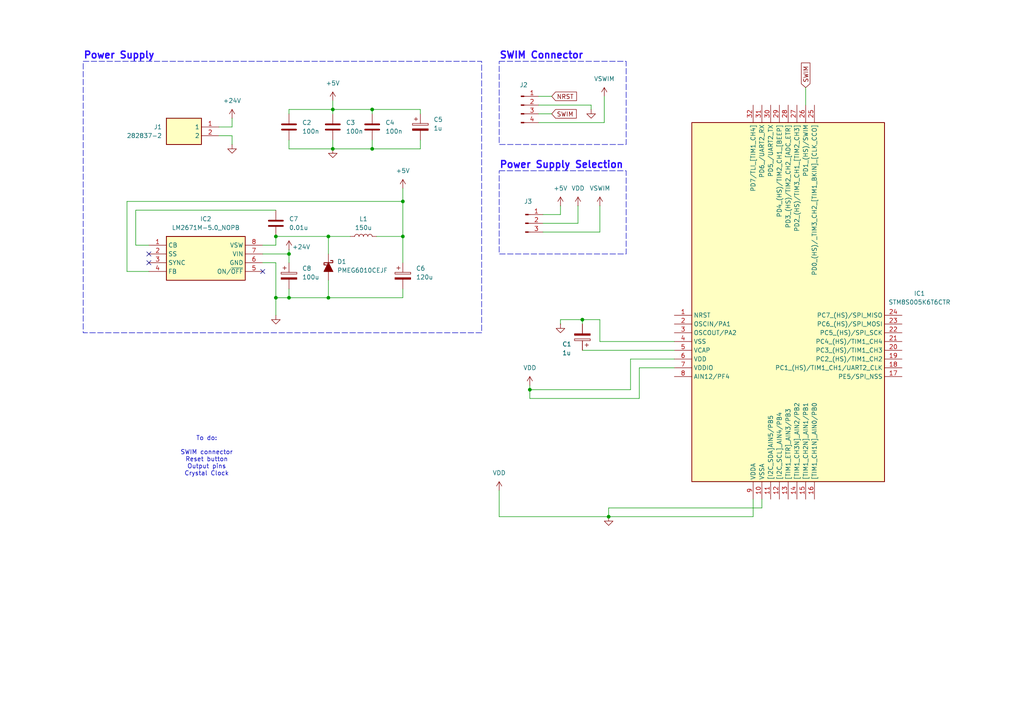
<source format=kicad_sch>
(kicad_sch (version 20231120) (generator "eeschema") (generator_version "8.0")
  (paper "A4")
  (lib_symbols
    (symbol "Connector:Conn_01x03_Pin" (pin_names (offset 1.016) hide)
      (property "Reference" "J" (at 0 5.08 0))
      (property "Value" "Conn_01x03_Pin" (at 0 -5.08 0))
      (symbol "Conn_01x03_Pin_1_1"
        (polyline (pts (xy 1.27 -2.54) (xy 0.8636 -2.54)) (stroke (width 0.1524)))
        (polyline (pts (xy 1.27 0) (xy 0.8636 0)) (stroke (width 0.1524)))
        (polyline (pts (xy 1.27 2.54) (xy 0.8636 2.54)) (stroke (width 0.1524)))
        (rectangle (start 0.8636 -2.413) (end 0 -2.667) (stroke (width 0.1524)) (fill (type outline)))
        (rectangle (start 0.8636 0.127) (end 0 -0.127) (stroke (width 0.1524)) (fill (type outline)))
        (rectangle (start 0.8636 2.667) (end 0 2.413) (stroke (width 0.1524)) (fill (type outline)))
        (pin passive line (at 5.08 2.54 180) (length 3.81) (name "Pin_1") (number "1"))
        (pin passive line (at 5.08 0 180) (length 3.81) (name "Pin_2") (number "2"))
        (pin passive line (at 5.08 -2.54 180) (length 3.81) (name "Pin_3") (number "3"))
      )
    )
    (symbol "Connector:Conn_01x04_Pin" (pin_names (offset 1.016) hide)
      (property "Reference" "J" (at 0 5.08 0))
      (property "Value" "Conn_01x04_Pin" (at 0 -7.62 0))
      (symbol "Conn_01x04_Pin_1_1"
        (polyline (pts (xy 1.27 -5.08) (xy 0.8636 -5.08)) (stroke (width 0.1524)))
        (polyline (pts (xy 1.27 -2.54) (xy 0.8636 -2.54)) (stroke (width 0.1524)))
        (polyline (pts (xy 1.27 0) (xy 0.8636 0)) (stroke (width 0.1524)))
        (polyline (pts (xy 1.27 2.54) (xy 0.8636 2.54)) (stroke (width 0.1524)))
        (rectangle (start 0.8636 -4.953) (end 0 -5.207) (stroke (width 0.1524)) (fill (type outline)))
        (rectangle (start 0.8636 -2.413) (end 0 -2.667) (stroke (width 0.1524)) (fill (type outline)))
        (rectangle (start 0.8636 0.127) (end 0 -0.127) (stroke (width 0.1524)) (fill (type outline)))
        (rectangle (start 0.8636 2.667) (end 0 2.413) (stroke (width 0.1524)) (fill (type outline)))
        (pin passive line (at 5.08 2.54 180) (length 3.81) (name "Pin_1") (number "1"))
        (pin passive line (at 5.08 0 180) (length 3.81) (name "Pin_2") (number "2"))
        (pin passive line (at 5.08 -2.54 180) (length 3.81) (name "Pin_3") (number "3"))
        (pin passive line (at 5.08 -5.08 180) (length 3.81) (name "Pin_4") (number "4"))
      )
    )
    (symbol "Device:C" (pin_numbers hide) (pin_names (offset 0.254))
      (property "Reference" "C" (at 0.635 2.54 0))
      (property "Value" "C" (at 0.635 -2.54 0))
      (symbol "C_0_1"
        (polyline (pts (xy -2.032 -0.762) (xy 2.032 -0.762)) (stroke (width 0.508)))
        (polyline (pts (xy -2.032 0.762) (xy 2.032 0.762)) (stroke (width 0.508)))
      )
      (symbol "C_1_1"
        (pin passive line (at 0 3.81 270) (length 2.794) (name "~") (number "1"))
        (pin passive line (at 0 -3.81 90) (length 2.794) (name "~") (number "2"))
      )
    )
    (symbol "Device:C_Polarized" (pin_numbers hide) (pin_names (offset 0.254))
      (property "Reference" "C" (at 0.635 2.54 0))
      (property "Value" "C_Polarized" (at 0.635 -2.54 0))
      (symbol "C_Polarized_0_1"
        (rectangle (start -2.286 0.508) (end 2.286 1.016))
        (polyline (pts (xy -1.778 2.286) (xy -0.762 2.286)))
        (polyline (pts (xy -1.27 2.794) (xy -1.27 1.778)))
        (rectangle (start 2.286 -0.508) (end -2.286 -1.016) (fill (type outline)))
      )
      (symbol "C_Polarized_1_1"
        (pin passive line (at 0 3.81 270) (length 2.794) (name "~") (number "1"))
        (pin passive line (at 0 -3.81 90) (length 2.794) (name "~") (number "2"))
      )
    )
    (symbol "Device:D_Schottky_Filled" (pin_numbers hide) (pin_names (offset 1.016) hide)
      (property "Reference" "D" (at 0 2.54 0))
      (property "Value" "D_Schottky_Filled" (at 0 -2.54 0))
      (symbol "D_Schottky_Filled_0_1"
        (polyline (pts (xy 1.27 0) (xy -1.27 0)))
        (polyline (pts (xy 1.27 1.27) (xy 1.27 -1.27) (xy -1.27 0) (xy 1.27 1.27)) (stroke (width 0.254)) (fill (type outline)))
        (polyline (pts (xy -1.905 0.635) (xy -1.905 1.27) (xy -1.27 1.27) (xy -1.27 -1.27) (xy -0.635 -1.27) (xy -0.635 -0.635)) (stroke (width 0.254)))
      )
      (symbol "D_Schottky_Filled_1_1"
        (pin passive line (at -3.81 0 0) (length 2.54) (name "K") (number "1"))
        (pin passive line (at 3.81 0 180) (length 2.54) (name "A") (number "2"))
      )
    )
    (symbol "Device:L" (pin_numbers hide) (pin_names (offset 1.016) hide)
      (property "Reference" "L" (at -1.27 0 90))
      (property "Value" "L" (at 1.905 0 90))
      (symbol "L_0_1"
        (arc (start 0 -2.54) (mid 0.6323 -1.905) (end 0 -1.27))
        (arc (start 0 -1.27) (mid 0.6323 -0.635) (end 0 0))
        (arc (start 0 0) (mid 0.6323 0.635) (end 0 1.27))
        (arc (start 0 1.27) (mid 0.6323 1.905) (end 0 2.54))
      )
      (symbol "L_1_1"
        (pin passive line (at 0 3.81 270) (length 1.27) (name "1") (number "1"))
        (pin passive line (at 0 -3.81 90) (length 1.27) (name "2") (number "2"))
      )
    )
    (symbol "LM2671M-5_0_NOPB:LM2671M-5.0_NOPB"
      (property "Reference" "IC" (at 29.21 7.62 0))
      (property "Value" "LM2671M-5.0_NOPB" (at 29.21 5.08 0))
      (symbol "LM2671M-5.0_NOPB_1_1"
        (rectangle (start 5.08 2.54) (end 27.94 -10.16) (stroke (width 0.254)) (fill (type background)))
        (pin passive line (at 0 0 0) (length 5.08) (name "CB") (number "1"))
        (pin passive line (at 0 -2.54 0) (length 5.08) (name "SS") (number "2"))
        (pin passive line (at 0 -5.08 0) (length 5.08) (name "SYNC") (number "3"))
        (pin passive line (at 0 -7.62 0) (length 5.08) (name "FB") (number "4"))
        (pin passive line (at 33.02 -7.62 180) (length 5.08) (name "ON/~{OFF}") (number "5"))
        (pin passive line (at 33.02 -5.08 180) (length 5.08) (name "GND") (number "6"))
        (pin passive line (at 33.02 -2.54 180) (length 5.08) (name "VIN") (number "7"))
        (pin passive line (at 33.02 0 180) (length 5.08) (name "VSW") (number "8"))
      )
    )
    (symbol "STM8S005K6T6CTR:STM8S005K6T6CTR"
      (property "Reference" "IC" (at 62.23 60.96 0))
      (property "Value" "STM8S005K6T6CTR" (at 62.23 58.42 0))
      (symbol "STM8S005K6T6CTR_1_1"
        (rectangle (start 5.08 55.88) (end 60.96 -48.26) (stroke (width 0.254)) (fill (type background)))
        (pin input line (at 0 0 0) (length 5.08) (name "NRST") (number "1"))
        (pin power_in line (at 25.4 -53.34 90) (length 5.08) (name "VSSA") (number "10"))
        (pin input line (at 27.94 -53.34 90) (length 5.08) (name "[I2C_SDA]AIN5/PB5") (number "11"))
        (pin input line (at 30.48 -53.34 90) (length 5.08) (name "[I2C_SCL]_AIN4/PB4") (number "12"))
        (pin input line (at 33.02 -53.34 90) (length 5.08) (name "[TIM1_ETR]_AIN3/PB3") (number "13"))
        (pin input line (at 35.56 -53.34 90) (length 5.08) (name "[TIM1_CH3N]_AIN2/PB2") (number "14"))
        (pin input line (at 38.1 -53.34 90) (length 5.08) (name "[TIM1_CH2N]_AIN1/PB1") (number "15"))
        (pin input line (at 40.64 -53.34 90) (length 5.08) (name "[TIM1_CH1N]_AIN0/PB0") (number "16"))
        (pin passive line (at 66.04 -17.78 180) (length 5.08) (name "PE5/SPI_NSS") (number "17"))
        (pin input line (at 66.04 -15.24 180) (length 5.08) (name "PC1_(HS)/TIM1_CH1/UART2_CLK") (number "18"))
        (pin passive line (at 66.04 -12.7 180) (length 5.08) (name "PC2_(HS)/TIM1_CH2") (number "19"))
        (pin input line (at 0 -2.54 0) (length 5.08) (name "OSCIN/PA1") (number "2"))
        (pin passive line (at 66.04 -10.16 180) (length 5.08) (name "PC3_(HS)/TIM1_CH3") (number "20"))
        (pin passive line (at 66.04 -7.62 180) (length 5.08) (name "PC4_(HS)/TIM1_CH4") (number "21"))
        (pin passive line (at 66.04 -5.08 180) (length 5.08) (name "PC5_(HS)/SPI_SCK") (number "22"))
        (pin passive line (at 66.04 -2.54 180) (length 5.08) (name "PC6_(HS)/SPI_MOSI") (number "23"))
        (pin passive line (at 66.04 0 180) (length 5.08) (name "PC7_(HS)/SPI_MISO") (number "24"))
        (pin input line (at 40.64 60.96 270) (length 5.08) (name "PD0_(HS)/_TIM3_CH2_[TIM1_BKIN]_[CLK_CCO]") (number "25"))
        (pin passive line (at 38.1 60.96 270) (length 5.08) (name "PD1_(HS)/SWIM") (number "26"))
        (pin passive line (at 35.56 60.96 270) (length 5.08) (name "PD2_(HS)/TIM3_CH1_[TIM2_CH3]") (number "27"))
        (pin passive line (at 33.02 60.96 270) (length 5.08) (name "PD3_(HS)/TIM2_CH2_[ADC_ETR]") (number "28"))
        (pin passive line (at 30.48 60.96 270) (length 5.08) (name "PD4_(HS)/TIM2_CH1_[BEEP]") (number "29"))
        (pin output line (at 0 -5.08 0) (length 5.08) (name "OSCOUT/PA2") (number "3"))
        (pin passive line (at 27.94 60.96 270) (length 5.08) (name "PD5_/UART2_TX") (number "30"))
        (pin passive line (at 25.4 60.96 270) (length 5.08) (name "PD6_/UART2_RX") (number "31"))
        (pin passive line (at 22.86 60.96 270) (length 5.08) (name "PD7/TLI_[TIM1_CH4]") (number "32"))
        (pin power_in line (at 0 -7.62 0) (length 5.08) (name "VSS") (number "4"))
        (pin passive line (at 0 -10.16 0) (length 5.08) (name "VCAP") (number "5"))
        (pin power_in line (at 0 -12.7 0) (length 5.08) (name "VDD") (number "6"))
        (pin power_in line (at 0 -15.24 0) (length 5.08) (name "VDDIO") (number "7"))
        (pin input line (at 0 -17.78 0) (length 5.08) (name "AIN12/PF4") (number "8"))
        (pin power_in line (at 22.86 -53.34 90) (length 5.08) (name "VDDA") (number "9"))
      )
    )
    (symbol "TerminalBlock_2:282837-2"
      (property "Reference" "J" (at 16.51 7.62 0))
      (property "Value" "282837-2" (at 16.51 5.08 0))
      (symbol "282837-2_1_1"
        (rectangle (start 5.08 2.54) (end 15.24 -5.08) (stroke (width 0.254)) (fill (type background)))
        (pin passive line (at 0 0 0) (length 5.08) (name "1") (number "1"))
        (pin passive line (at 0 -2.54 0) (length 5.08) (name "2") (number "2"))
      )
    )
    (symbol "power:+24V" (power) (pin_numbers hide) (pin_names (offset 0) hide)
      (property "Value" "+24V" (at 0 3.556 0))
      (symbol "+24V_0_1"
        (polyline (pts (xy -0.762 1.27) (xy 0 2.54)))
        (polyline (pts (xy 0 0) (xy 0 2.54)))
        (polyline (pts (xy 0 2.54) (xy 0.762 1.27)))
      )
      (symbol "+24V_1_1"
        (pin power_in line (at 0 0 90) (length 0) (name "~") (number "1"))
      )
    )
    (symbol "power:GND" (power) (pin_numbers hide) (pin_names (offset 0) hide)
      (property "Value" "GND" (at 0 -3.81 0))
      (symbol "GND_0_1"
        (polyline (pts (xy 0 0) (xy 0 -1.27) (xy 1.27 -1.27) (xy 0 -2.54) (xy -1.27 -1.27) (xy 0 -1.27)))
      )
      (symbol "GND_1_1"
        (pin power_in line (at 0 0 270) (length 0) (name "~") (number "1"))
      )
    )
    (symbol "power:VDD" (power) (pin_numbers hide) (pin_names (offset 0) hide)
      (property "Value" "VDD" (at 0 3.556 0))
      (symbol "VDD_0_1"
        (polyline (pts (xy -0.762 1.27) (xy 0 2.54)))
        (polyline (pts (xy 0 0) (xy 0 2.54)))
        (polyline (pts (xy 0 2.54) (xy 0.762 1.27)))
      )
      (symbol "VDD_1_1"
        (pin power_in line (at 0 0 90) (length 0) (name "~") (number "1"))
      )
    )
  )
  (junction (at 116.84 58.42))
  (junction (at 80.01 68.58))
  (junction (at 176.53 149.86))
  (junction (at 83.82 73.66))
  (junction (at 83.82 86.36))
  (junction (at 95.25 68.58))
  (junction (at 95.25 86.36))
  (junction (at 168.91 92.71))
  (junction (at 107.95 31.75))
  (junction (at 153.67 113.03))
  (junction (at 96.52 31.75))
  (junction (at 80.01 86.36))
  (junction (at 96.52 43.18))
  (junction (at 107.95 43.18))
  (junction (at 116.84 68.58))
  (no_connect (at 76.2 78.74))
  (no_connect (at 43.18 73.66))
  (no_connect (at 43.18 76.2))
  (wire (pts (xy 220.98 147.32) (xy 176.53 147.32)))
  (wire (pts (xy 80.01 86.36) (xy 80.01 91.44)))
  (wire (pts (xy 173.99 67.31) (xy 173.99 59.69)))
  (wire (pts (xy 168.91 92.71) (xy 173.99 92.71)))
  (wire (pts (xy 160.02 33.02) (xy 156.21 33.02)))
  (wire (pts (xy 176.53 147.32) (xy 176.53 149.86)))
  (wire (pts (xy 83.82 33.02) (xy 83.82 31.75)))
  (wire (pts (xy 83.82 43.18) (xy 96.52 43.18)))
  (wire (pts (xy 176.53 149.86) (xy 144.78 149.86)))
  (wire (pts (xy 83.82 86.36) (xy 95.25 86.36)))
  (wire (pts (xy 95.25 86.36) (xy 116.84 86.36)))
  (wire (pts (xy 95.25 68.58) (xy 101.6 68.58)))
  (wire (pts (xy 43.18 71.12) (xy 39.37 71.12)))
  (wire (pts (xy 220.98 147.32) (xy 220.98 144.78)))
  (wire (pts (xy 218.44 144.78) (xy 218.44 149.86)))
  (wire (pts (xy 233.68 25.4) (xy 233.68 30.48)))
  (wire (pts (xy 96.52 31.75) (xy 96.52 33.02)))
  (wire (pts (xy 83.82 40.64) (xy 83.82 43.18)))
  (wire (pts (xy 43.18 78.74) (xy 36.83 78.74)))
  (wire (pts (xy 109.22 68.58) (xy 116.84 68.58)))
  (wire (pts (xy 121.92 40.64) (xy 121.92 43.18)))
  (wire (pts (xy 39.37 60.96) (xy 80.01 60.96)))
  (wire (pts (xy 153.67 113.03) (xy 182.88 113.03)))
  (wire (pts (xy 116.84 58.42) (xy 116.84 68.58)))
  (wire (pts (xy 168.91 93.98) (xy 168.91 92.71)))
  (wire (pts (xy 36.83 78.74) (xy 36.83 58.42)))
  (wire (pts (xy 144.78 149.86) (xy 144.78 142.24)))
  (wire (pts (xy 156.21 30.48) (xy 171.45 30.48)))
  (wire (pts (xy 67.31 36.83) (xy 67.31 34.29)))
  (wire (pts (xy 153.67 115.57) (xy 185.42 115.57)))
  (wire (pts (xy 162.56 92.71) (xy 162.56 93.98)))
  (wire (pts (xy 96.52 40.64) (xy 96.52 43.18)))
  (wire (pts (xy 80.01 68.58) (xy 80.01 71.12)))
  (wire (pts (xy 157.48 62.23) (xy 162.56 62.23)))
  (wire (pts (xy 175.26 27.94) (xy 175.26 35.56)))
  (wire (pts (xy 175.26 35.56) (xy 156.21 35.56)))
  (wire (pts (xy 116.84 83.82) (xy 116.84 86.36)))
  (wire (pts (xy 83.82 31.75) (xy 96.52 31.75)))
  (wire (pts (xy 157.48 67.31) (xy 173.99 67.31)))
  (wire (pts (xy 121.92 33.02) (xy 121.92 31.75)))
  (wire (pts (xy 83.82 72.39) (xy 83.82 73.66)))
  (wire (pts (xy 173.99 99.06) (xy 195.58 99.06)))
  (wire (pts (xy 80.01 76.2) (xy 80.01 86.36)))
  (wire (pts (xy 116.84 68.58) (xy 116.84 76.2)))
  (wire (pts (xy 168.91 101.6) (xy 195.58 101.6)))
  (wire (pts (xy 153.67 111.76) (xy 153.67 113.03)))
  (wire (pts (xy 162.56 92.71) (xy 168.91 92.71)))
  (wire (pts (xy 76.2 76.2) (xy 80.01 76.2)))
  (wire (pts (xy 107.95 31.75) (xy 96.52 31.75)))
  (wire (pts (xy 182.88 104.14) (xy 195.58 104.14)))
  (wire (pts (xy 83.82 86.36) (xy 83.82 83.82)))
  (wire (pts (xy 116.84 54.61) (xy 116.84 58.42)))
  (wire (pts (xy 121.92 31.75) (xy 107.95 31.75)))
  (wire (pts (xy 167.64 64.77) (xy 157.48 64.77)))
  (wire (pts (xy 107.95 33.02) (xy 107.95 31.75)))
  (wire (pts (xy 80.01 71.12) (xy 76.2 71.12)))
  (wire (pts (xy 185.42 106.68) (xy 195.58 106.68)))
  (wire (pts (xy 185.42 106.68) (xy 185.42 115.57)))
  (wire (pts (xy 63.5 39.37) (xy 67.31 39.37)))
  (wire (pts (xy 36.83 58.42) (xy 116.84 58.42)))
  (wire (pts (xy 173.99 92.71) (xy 173.99 99.06)))
  (wire (pts (xy 96.52 43.18) (xy 107.95 43.18)))
  (wire (pts (xy 96.52 31.75) (xy 96.52 29.21)))
  (wire (pts (xy 218.44 149.86) (xy 176.53 149.86)))
  (wire (pts (xy 80.01 68.58) (xy 95.25 68.58)))
  (wire (pts (xy 76.2 73.66) (xy 83.82 73.66)))
  (wire (pts (xy 39.37 71.12) (xy 39.37 60.96)))
  (wire (pts (xy 83.82 73.66) (xy 83.82 76.2)))
  (wire (pts (xy 160.02 27.94) (xy 156.21 27.94)))
  (wire (pts (xy 107.95 43.18) (xy 107.95 40.64)))
  (wire (pts (xy 95.25 68.58) (xy 95.25 73.66)))
  (wire (pts (xy 80.01 86.36) (xy 83.82 86.36)))
  (wire (pts (xy 67.31 39.37) (xy 67.31 41.91)))
  (wire (pts (xy 171.45 30.48) (xy 171.45 31.75)))
  (wire (pts (xy 162.56 62.23) (xy 162.56 59.69)))
  (wire (pts (xy 63.5 36.83) (xy 67.31 36.83)))
  (wire (pts (xy 121.92 43.18) (xy 107.95 43.18)))
  (wire (pts (xy 167.64 59.69) (xy 167.64 64.77)))
  (wire (pts (xy 95.25 81.28) (xy 95.25 86.36)))
  (wire (pts (xy 182.88 104.14) (xy 182.88 113.03)))
  (wire (pts (xy 153.67 113.03) (xy 153.67 115.57)))
  (rectangle (start 144.78 49.53) (end 181.61 73.66) (stroke (width 0) (type dash)))
  (rectangle (start 24.13 17.78) (end 139.7 96.52) (stroke (width 0) (type dash)))
  (rectangle (start 144.78 17.78) (end 181.61 41.91) (stroke (width 0) (type dash)))
  (text "To do:\n\nSWIM connector\nReset button\nOutput pins\nCrystal Clock" (at 59.944 132.334 0) (effects (font (size 1.27 1.27))))
  (label "SWIM Connector" (at 144.78 17.78 0) (effects (font (size 2 2) (thickness 0.4) (bold yes))))
  (label "Power Supply Selection" (at 144.78 49.53 0) (effects (font (size 2 2) (thickness 0.4) (bold yes))))
  (label "Power Supply" (at 24.13 17.78 0) (effects (font (size 2 2) (thickness 0.4) (bold yes))))
  (global_label "SWIM" (shape input) (at 160.02 33.02 0) (property "Intersheetrefs" "${INTERSHEET_REFS}" (effects (hide yes))))
  (global_label "NRST" (shape input) (at 160.02 27.94 0) (property "Intersheetrefs" "${INTERSHEET_REFS}" (effects (hide yes))))
  (global_label "SWIM" (shape input) (at 233.68 25.4 90) (property "Intersheetrefs" "${INTERSHEET_REFS}" (effects (hide yes))))
  (symbol (lib_id "Device:C") (at 96.52 36.83 0) (unit 1)
    (property "Reference" "C3" (at 100.33 35.5599 0) (effects (justify left)))
    (property "Value" "100n" (at 100.33 38.0999 0) (effects (justify left)))
    (property "Description" "Unpolarized capacitor" (effects (hide yes)))
  )
  (symbol (lib_id "Device:C") (at 107.95 36.83 0) (unit 1)
    (property "Reference" "C4" (at 111.76 35.5599 0) (effects (justify left)))
    (property "Value" "100n" (at 111.76 38.0999 0) (effects (justify left)))
    (property "Description" "Unpolarized capacitor" (effects (hide yes)))
  )
  (symbol (lib_id "power:VDD") (at 162.56 59.69 0) (unit 1)
    (property "Reference" "#PWR10" (effects (hide yes)))
    (property "Value" "+5V" (at 162.56 54.61 0))
    (property "Description" "Power symbol creates a global label with name \"VDD\"" (effects (hide yes)))
  )
  (symbol (lib_id "power:GND") (at 67.31 41.91 0) (unit 1)
    (property "Reference" "#PWR13" (effects (hide yes)))
    (property "Value" "GND" (effects (hide yes)))
    (property "Description" "Power symbol creates a global label with name \"GND\" , ground" (effects (hide yes)))
  )
  (symbol (lib_id "power:VDD") (at 175.26 27.94 0) (unit 1)
    (property "Reference" "#PWR15" (effects (hide yes)))
    (property "Value" "VSWIM" (at 175.26 22.86 0))
    (property "Description" "Power symbol creates a global label with name \"VDD\"" (effects (hide yes)))
  )
  (symbol (lib_id "power:GND") (at 176.53 149.86 0) (unit 1)
    (property "Reference" "#PWR3" (effects (hide yes)))
    (property "Value" "GND" (effects (hide yes)))
    (property "Description" "Power symbol creates a global label with name \"GND\" , ground" (effects (hide yes)))
  )
  (symbol (lib_id "TerminalBlock_2:282837-2") (at 63.5 36.83 0) (mirror y) (unit 1)
    (property "Reference" "J1" (at 46.99 36.8299 0) (effects (justify left)))
    (property "Value" "282837-2" (at 46.99 39.3699 0) (effects (justify left)))
    (property "Footprint" "2828372" (effects (hide yes)))
    (property "Datasheet" "https://www.te.com/commerce/DocumentDelivery/DDEController?Action=srchrtrv&DocNm=1-1773458-1_EURO_STYLE_QRG&DocType=Data%20Sheet&DocLang=English&PartCntxt=282837-2&DocFormat=pdf" (effects (hide yes)))
    (property "Description" "Body Features: Product Orientation Vertical | Primary Product Color Green | Configuration Features: Wire Entry Location Side | Stacking Configuration Side Stackable | Number of Rows 1 | Stacked Levels Without | Number of Positions 2 | Wire Entry Angle 90 | Contact Features: Contact Current Rating (Max) 13.5 AMP | Contact Mating Area Plating Material Tin | Contact Base Material Brass | Dimensions: Wire Size 30  16 AWG | Wire Size .05  1.3 MMSQ | Electrical Characteristics: Operating Voltage 300 VAC |" (effects (hide yes)))
    (property "Height" "10.3" (effects (hide yes)))
    (property "Mouser Part Number" "571-2828372" (effects (hide yes)))
    (property "Mouser Price/Stock" "https://www.mouser.co.uk/ProductDetail/TE-Connectivity/282837-2?qs=A%252Bip%252BNCYi6O2H0NGWOeAxg%3D%3D" (effects (hide yes)))
    (property "Manufacturer_Name" "TE Connectivity" (effects (hide yes)))
    (property "Manufacturer_Part_Number" "282837-2" (effects (hide yes)))
  )
  (symbol (lib_id "power:GND") (at 80.01 91.44 0) (unit 1)
    (property "Reference" "#PWR7" (effects (hide yes)))
    (property "Value" "GND" (effects (hide yes)))
    (property "Description" "Power symbol creates a global label with name \"GND\" , ground" (effects (hide yes)))
  )
  (symbol (lib_id "Device:C_Polarized") (at 116.84 80.01 0) (unit 1)
    (property "Reference" "C6" (at 120.65 77.8509 0) (effects (justify left)))
    (property "Value" "120u" (at 120.65 80.3909 0) (effects (justify left)))
    (property "Footprint" "Capacitor_THT:CP_Radial_D10.0mm_P5.00mm" (effects (hide yes)))
    (property "Datasheet" "https://www.we-online.com/components/products/datasheet/870235675006.pdf" (effects (hide yes)))
    (property "Description" "Aluminium Electrolytic Capacitors - Radial Leaded WCAP-PT5H 120uF 35V 20% Radial" (effects (hide yes)))
  )
  (symbol (lib_id "STM8S005K6T6CTR:STM8S005K6T6CTR") (at 195.58 91.44 0) (unit 1)
    (property "Reference" "IC1" (at 266.7 85.1214 0))
    (property "Value" "STM8S005K6T6CTR" (at 266.7 87.6614 0))
    (property "Footprint" "QFP80P900X900X160-32N" (effects (hide yes)))
    (property "Datasheet" "http://www.st.com/web/en/resource/technical/document/datasheet/DM00037613.pdf" (effects (hide yes)))
    (property "Height" "1.6" (effects (hide yes)))
    (property "Mouser Part Number" "511-STM8S005K6T6CTR" (effects (hide yes)))
    (property "Mouser Price/Stock" "https://www.mouser.co.uk/ProductDetail/STMicroelectronics/STM8S005K6T6CTR?qs=DqCdCwOw4%2F7j7YUSWMD18A%3D%3D" (effects (hide yes)))
    (property "Manufacturer_Name" "STMicroelectronics" (effects (hide yes)))
    (property "Manufacturer_Part_Number" "STM8S005K6T6CTR" (effects (hide yes)))
  )
  (symbol (lib_id "Device:C_Polarized") (at 83.82 80.01 0) (unit 1)
    (property "Reference" "C8" (at 87.63 77.8509 0) (effects (justify left)))
    (property "Value" "100u" (at 87.63 80.3909 0) (effects (justify left)))
    (property "Footprint" "Capacitor_THT:CP_Radial_D10.0mm_P5.00mm" (effects (hide yes)))
    (property "Datasheet" "https://industrial.panasonic.com/cdbs/www-data/pdf/RDF0000/ABA0000C1259.pdf" (effects (hide yes)))
    (property "Description" "Aluminium Electrolytic Capacitors - Radial Leaded 100VDC 100uF 20% L/S=5mm" (effects (hide yes)))
  )
  (symbol (lib_id "power:VDD") (at 173.99 59.69 0) (unit 1)
    (property "Reference" "#PWR11" (effects (hide yes)))
    (property "Value" "VSWIM" (at 173.99 54.61 0))
    (property "Description" "Power symbol creates a global label with name \"VDD\"" (effects (hide yes)))
  )
  (symbol (lib_id "Connector:Conn_01x03_Pin") (at 152.4 64.77 0) (unit 1)
    (property "Reference" "J3" (at 153.162 58.42 0))
    (property "Value" "Conn_01x03_Pin" (effects (hide yes)))
    (property "Description" "Generic connector, single row, 01x03, script generated" (effects (hide yes)))
  )
  (symbol (lib_id "Connector:Conn_01x04_Pin") (at 151.13 30.48 0) (unit 1)
    (property "Reference" "J2" (at 151.892 24.638 0))
    (property "Value" "Conn_01x04_Pin" (effects (hide yes)))
    (property "Description" "Generic connector, single row, 01x04, script generated" (effects (hide yes)))
  )
  (symbol (lib_id "power:+24V") (at 83.82 72.39 0) (unit 1)
    (property "Reference" "#PWR9" (effects (hide yes)))
    (property "Value" "+24V" (at 87.376 71.628 0))
    (property "Description" "Power symbol creates a global label with name \"+24V\"" (effects (hide yes)))
  )
  (symbol (lib_id "power:GND") (at 171.45 31.75 0) (unit 1)
    (property "Reference" "#PWR16" (effects (hide yes)))
    (property "Value" "GND" (effects (hide yes)))
    (property "Description" "Power symbol creates a global label with name \"GND\" , ground" (effects (hide yes)))
  )
  (symbol (lib_id "power:+24V") (at 67.31 34.29 0) (unit 1)
    (property "Reference" "#PWR12" (effects (hide yes)))
    (property "Value" "+24V" (at 67.31 29.21 0))
    (property "Description" "Power symbol creates a global label with name \"+24V\"" (effects (hide yes)))
  )
  (symbol (lib_id "Device:C_Polarized") (at 168.91 97.79 180) (unit 1)
    (property "Reference" "C1" (at 163.068 99.822 0) (effects (justify right)))
    (property "Value" "1u" (at 163.068 102.362 0) (effects (justify right)))
    (property "Description" "Polarized capacitor" (effects (hide yes)))
  )
  (symbol (lib_id "LM2671M-5_0_NOPB:LM2671M-5.0_NOPB") (at 43.18 71.12 0) (unit 1)
    (property "Reference" "IC2" (at 59.69 63.5 0))
    (property "Value" "LM2671M-5.0_NOPB" (at 59.69 66.04 0))
    (property "Footprint" "SOIC127P600X175-8N" (effects (hide yes)))
    (property "Datasheet" "http://www.ti.com/lit/ds/symlink/lm2671.pdf" (effects (hide yes)))
    (property "Description" "SIMPLE SWITCHER Power Converter High Efficiency 500mA Step-Down Voltage Regulator with Features" (effects (hide yes)))
    (property "Height" "1.75" (effects (hide yes)))
    (property "Mouser Part Number" "926-LM2671M-5.0/NOPB" (effects (hide yes)))
    (property "Mouser Price/Stock" "https://www.mouser.co.uk/ProductDetail/Texas-Instruments/LM2671M-5.0-NOPB?qs=X1J7HmVL2ZFlXY67yTcRlw%3D%3D" (effects (hide yes)))
    (property "Manufacturer_Name" "Texas Instruments" (effects (hide yes)))
    (property "Manufacturer_Part_Number" "LM2671M-5.0/NOPB" (effects (hide yes)))
  )
  (symbol (lib_id "Device:C") (at 83.82 36.83 0) (unit 1)
    (property "Reference" "C2" (at 87.63 35.5599 0) (effects (justify left)))
    (property "Value" "100n" (at 87.63 38.0999 0) (effects (justify left)))
    (property "Description" "Unpolarized capacitor" (effects (hide yes)))
  )
  (symbol (lib_id "power:VDD") (at 144.78 142.24 0) (unit 1)
    (property "Reference" "#PWR2" (effects (hide yes)))
    (property "Value" "VDD" (at 144.78 137.16 0))
    (property "Description" "Power symbol creates a global label with name \"VDD\"" (effects (hide yes)))
  )
  (symbol (lib_id "Device:D_Schottky_Filled") (at 95.25 77.47 270) (unit 1)
    (property "Reference" "D1" (at 97.79 75.8824 90) (effects (justify left)))
    (property "Value" "PMEG6010CEJF" (at 97.79 78.4224 90) (effects (justify left)))
    (property "Footprint" "Diode_SMD:D_SOD-323F" (effects (hide yes)))
    (property "Datasheet" "https://assets.nexperia.com/documents/data-sheet/PMEG6010CEJ.pdf" (effects (hide yes)))
    (property "Description" "Schottky Diodes & Rectifiers RECTIFIER SOD323F/SOD323F" (effects (hide yes)))
  )
  (symbol (lib_id "Device:L") (at 105.41 68.58 90) (unit 1)
    (property "Reference" "L1" (at 105.41 63.5 90))
    (property "Value" "150u" (at 105.41 66.04 90))
    (property "Footprint" "Wurth_744065151:WE-TPC_1028_103892" (effects (hide yes)))
    (property "Datasheet" "https://www.we-online.com/components/products/datasheet/744065151.pdf" (effects (hide yes)))
    (property "Description" "Power Inductors - SMD WE-TPC 1028 150uH .85A .53Ohm" (effects (hide yes)))
  )
  (symbol (lib_id "power:VDD") (at 167.64 59.69 0) (unit 1)
    (property "Reference" "#PWR14" (effects (hide yes)))
    (property "Value" "VDD" (at 167.64 54.61 0))
    (property "Description" "Power symbol creates a global label with name \"VDD\"" (effects (hide yes)))
  )
  (symbol (lib_id "Device:C_Polarized") (at 121.92 36.83 0) (unit 1)
    (property "Reference" "C5" (at 125.73 34.6709 0) (effects (justify left)))
    (property "Value" "1u" (at 125.73 37.2109 0) (effects (justify left)))
    (property "Description" "Polarized capacitor" (effects (hide yes)))
  )
  (symbol (lib_id "power:VDD") (at 153.67 111.76 0) (unit 1)
    (property "Reference" "#PWR1" (effects (hide yes)))
    (property "Value" "VDD" (at 153.67 106.68 0))
    (property "Description" "Power symbol creates a global label with name \"VDD\"" (effects (hide yes)))
  )
  (symbol (lib_id "Device:C") (at 80.01 64.77 180) (unit 1)
    (property "Reference" "C7" (at 83.82 63.4999 0) (effects (justify right)))
    (property "Value" "0.01u" (at 83.82 66.0399 0) (effects (justify right)))
    (property "Footprint" "Capacitor_SMD:C_0603_1608Metric" (effects (hide yes)))
    (property "Datasheet" "https://www.mouser.pl/datasheet/3/76/1/GCM188R71H103KA37-01C.pdf" (effects (hide yes)))
    (property "Description" "Multilayer Ceramic Capacitors MLCC - SMD/SMT 0.01 uF 50 VDC 10% 0603 X7R AEC-Q200" (effects (hide yes)))
  )
  (symbol (lib_id "power:VDD") (at 96.52 29.21 0) (unit 1)
    (property "Reference" "#PWR5" (effects (hide yes)))
    (property "Value" "+5V" (at 96.52 24.13 0))
    (property "Description" "Power symbol creates a global label with name \"VDD\"" (effects (hide yes)))
  )
  (symbol (lib_id "power:VDD") (at 116.84 54.61 0) (unit 1)
    (property "Reference" "#PWR8" (effects (hide yes)))
    (property "Value" "+5V" (at 116.84 49.53 0))
    (property "Description" "Power symbol creates a global label with name \"VDD\"" (effects (hide yes)))
  )
  (symbol (lib_id "power:GND") (at 96.52 43.18 0) (unit 1)
    (property "Reference" "#PWR6" (effects (hide yes)))
    (property "Value" "GND" (effects (hide yes)))
    (property "Description" "Power symbol creates a global label with name \"GND\" , ground" (effects (hide yes)))
  )
  (symbol (lib_id "power:GND") (at 162.56 93.98 0) (unit 1)
    (property "Reference" "#PWR4" (effects (hide yes)))
    (property "Value" "GND" (effects (hide yes)))
    (property "Description" "Power symbol creates a global label with name \"GND\" , ground" (effects (hide yes)))
  )
)
</source>
